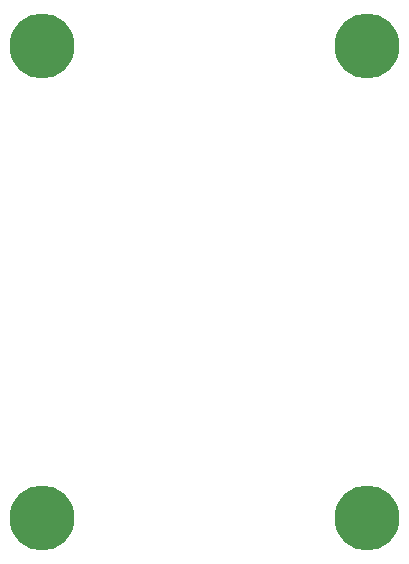
<source format=gbr>
%TF.GenerationSoftware,KiCad,Pcbnew,8.0.8*%
%TF.CreationDate,2025-04-02T15:42:23+05:30*%
%TF.ProjectId,STHDAQ_B1,53544844-4151-45f4-9231-2e6b69636164,rev?*%
%TF.SameCoordinates,Original*%
%TF.FileFunction,Soldermask,Bot*%
%TF.FilePolarity,Negative*%
%FSLAX46Y46*%
G04 Gerber Fmt 4.6, Leading zero omitted, Abs format (unit mm)*
G04 Created by KiCad (PCBNEW 8.0.8) date 2025-04-02 15:42:23*
%MOMM*%
%LPD*%
G01*
G04 APERTURE LIST*
%ADD10C,3.600000*%
%ADD11C,5.500000*%
G04 APERTURE END LIST*
D10*
%TO.C,H1*%
X168530000Y-54705000D03*
D11*
X168530000Y-54705000D03*
%TD*%
D10*
%TO.C,H2*%
X141030000Y-54705000D03*
D11*
X141030000Y-54705000D03*
%TD*%
D10*
%TO.C,H4*%
X168530000Y-94705000D03*
D11*
X168530000Y-94705000D03*
%TD*%
D10*
%TO.C,H3*%
X141030000Y-94705000D03*
D11*
X141030000Y-94705000D03*
%TD*%
M02*

</source>
